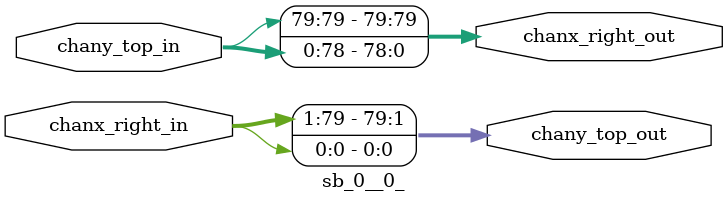
<source format=v>
`timescale 1ns / 1ps

`default_nettype wire

// ----- Verilog module for sb_0__0_ -----
module sb_0__0_(chany_top_in,
                chanx_right_in,
                chany_top_out,
                chanx_right_out);
//----- INPUT PORTS -----
input [0:79] chany_top_in;
//----- INPUT PORTS -----
input [0:79] chanx_right_in;
//----- OUTPUT PORTS -----
output [0:79] chany_top_out;
//----- OUTPUT PORTS -----
output [0:79] chanx_right_out;

//----- BEGIN Registered ports -----
//----- END Registered ports -----



// ----- BEGIN Local short connections -----
// ----- Local connection due to Wire 0 -----
// ----- Net source id 0 -----
// ----- Net sink id 0 -----
	assign chanx_right_out[1] = chany_top_in[0];
// ----- Local connection due to Wire 1 -----
// ----- Net source id 0 -----
// ----- Net sink id 0 -----
	assign chanx_right_out[2] = chany_top_in[1];
// ----- Local connection due to Wire 2 -----
// ----- Net source id 0 -----
// ----- Net sink id 0 -----
	assign chanx_right_out[3] = chany_top_in[2];
// ----- Local connection due to Wire 3 -----
// ----- Net source id 0 -----
// ----- Net sink id 0 -----
	assign chanx_right_out[4] = chany_top_in[3];
// ----- Local connection due to Wire 4 -----
// ----- Net source id 0 -----
// ----- Net sink id 0 -----
	assign chanx_right_out[5] = chany_top_in[4];
// ----- Local connection due to Wire 5 -----
// ----- Net source id 0 -----
// ----- Net sink id 0 -----
	assign chanx_right_out[6] = chany_top_in[5];
// ----- Local connection due to Wire 6 -----
// ----- Net source id 0 -----
// ----- Net sink id 0 -----
	assign chanx_right_out[7] = chany_top_in[6];
// ----- Local connection due to Wire 7 -----
// ----- Net source id 0 -----
// ----- Net sink id 0 -----
	assign chanx_right_out[8] = chany_top_in[7];
// ----- Local connection due to Wire 8 -----
// ----- Net source id 0 -----
// ----- Net sink id 0 -----
	assign chanx_right_out[9] = chany_top_in[8];
// ----- Local connection due to Wire 9 -----
// ----- Net source id 0 -----
// ----- Net sink id 0 -----
	assign chanx_right_out[10] = chany_top_in[9];
// ----- Local connection due to Wire 10 -----
// ----- Net source id 0 -----
// ----- Net sink id 0 -----
	assign chanx_right_out[11] = chany_top_in[10];
// ----- Local connection due to Wire 11 -----
// ----- Net source id 0 -----
// ----- Net sink id 0 -----
	assign chanx_right_out[12] = chany_top_in[11];
// ----- Local connection due to Wire 12 -----
// ----- Net source id 0 -----
// ----- Net sink id 0 -----
	assign chanx_right_out[13] = chany_top_in[12];
// ----- Local connection due to Wire 13 -----
// ----- Net source id 0 -----
// ----- Net sink id 0 -----
	assign chanx_right_out[14] = chany_top_in[13];
// ----- Local connection due to Wire 14 -----
// ----- Net source id 0 -----
// ----- Net sink id 0 -----
	assign chanx_right_out[15] = chany_top_in[14];
// ----- Local connection due to Wire 15 -----
// ----- Net source id 0 -----
// ----- Net sink id 0 -----
	assign chanx_right_out[16] = chany_top_in[15];
// ----- Local connection due to Wire 16 -----
// ----- Net source id 0 -----
// ----- Net sink id 0 -----
	assign chanx_right_out[17] = chany_top_in[16];
// ----- Local connection due to Wire 17 -----
// ----- Net source id 0 -----
// ----- Net sink id 0 -----
	assign chanx_right_out[18] = chany_top_in[17];
// ----- Local connection due to Wire 18 -----
// ----- Net source id 0 -----
// ----- Net sink id 0 -----
	assign chanx_right_out[19] = chany_top_in[18];
// ----- Local connection due to Wire 19 -----
// ----- Net source id 0 -----
// ----- Net sink id 0 -----
	assign chanx_right_out[20] = chany_top_in[19];
// ----- Local connection due to Wire 20 -----
// ----- Net source id 0 -----
// ----- Net sink id 0 -----
	assign chanx_right_out[21] = chany_top_in[20];
// ----- Local connection due to Wire 21 -----
// ----- Net source id 0 -----
// ----- Net sink id 0 -----
	assign chanx_right_out[22] = chany_top_in[21];
// ----- Local connection due to Wire 22 -----
// ----- Net source id 0 -----
// ----- Net sink id 0 -----
	assign chanx_right_out[23] = chany_top_in[22];
// ----- Local connection due to Wire 23 -----
// ----- Net source id 0 -----
// ----- Net sink id 0 -----
	assign chanx_right_out[24] = chany_top_in[23];
// ----- Local connection due to Wire 24 -----
// ----- Net source id 0 -----
// ----- Net sink id 0 -----
	assign chanx_right_out[25] = chany_top_in[24];
// ----- Local connection due to Wire 25 -----
// ----- Net source id 0 -----
// ----- Net sink id 0 -----
	assign chanx_right_out[26] = chany_top_in[25];
// ----- Local connection due to Wire 26 -----
// ----- Net source id 0 -----
// ----- Net sink id 0 -----
	assign chanx_right_out[27] = chany_top_in[26];
// ----- Local connection due to Wire 27 -----
// ----- Net source id 0 -----
// ----- Net sink id 0 -----
	assign chanx_right_out[28] = chany_top_in[27];
// ----- Local connection due to Wire 28 -----
// ----- Net source id 0 -----
// ----- Net sink id 0 -----
	assign chanx_right_out[29] = chany_top_in[28];
// ----- Local connection due to Wire 29 -----
// ----- Net source id 0 -----
// ----- Net sink id 0 -----
	assign chanx_right_out[30] = chany_top_in[29];
// ----- Local connection due to Wire 30 -----
// ----- Net source id 0 -----
// ----- Net sink id 0 -----
	assign chanx_right_out[31] = chany_top_in[30];
// ----- Local connection due to Wire 31 -----
// ----- Net source id 0 -----
// ----- Net sink id 0 -----
	assign chanx_right_out[32] = chany_top_in[31];
// ----- Local connection due to Wire 32 -----
// ----- Net source id 0 -----
// ----- Net sink id 0 -----
	assign chanx_right_out[33] = chany_top_in[32];
// ----- Local connection due to Wire 33 -----
// ----- Net source id 0 -----
// ----- Net sink id 0 -----
	assign chanx_right_out[34] = chany_top_in[33];
// ----- Local connection due to Wire 34 -----
// ----- Net source id 0 -----
// ----- Net sink id 0 -----
	assign chanx_right_out[35] = chany_top_in[34];
// ----- Local connection due to Wire 35 -----
// ----- Net source id 0 -----
// ----- Net sink id 0 -----
	assign chanx_right_out[36] = chany_top_in[35];
// ----- Local connection due to Wire 36 -----
// ----- Net source id 0 -----
// ----- Net sink id 0 -----
	assign chanx_right_out[37] = chany_top_in[36];
// ----- Local connection due to Wire 37 -----
// ----- Net source id 0 -----
// ----- Net sink id 0 -----
	assign chanx_right_out[38] = chany_top_in[37];
// ----- Local connection due to Wire 38 -----
// ----- Net source id 0 -----
// ----- Net sink id 0 -----
	assign chanx_right_out[39] = chany_top_in[38];
// ----- Local connection due to Wire 39 -----
// ----- Net source id 0 -----
// ----- Net sink id 0 -----
	assign chanx_right_out[40] = chany_top_in[39];
// ----- Local connection due to Wire 40 -----
// ----- Net source id 0 -----
// ----- Net sink id 0 -----
	assign chanx_right_out[41] = chany_top_in[40];
// ----- Local connection due to Wire 41 -----
// ----- Net source id 0 -----
// ----- Net sink id 0 -----
	assign chanx_right_out[42] = chany_top_in[41];
// ----- Local connection due to Wire 42 -----
// ----- Net source id 0 -----
// ----- Net sink id 0 -----
	assign chanx_right_out[43] = chany_top_in[42];
// ----- Local connection due to Wire 43 -----
// ----- Net source id 0 -----
// ----- Net sink id 0 -----
	assign chanx_right_out[44] = chany_top_in[43];
// ----- Local connection due to Wire 44 -----
// ----- Net source id 0 -----
// ----- Net sink id 0 -----
	assign chanx_right_out[45] = chany_top_in[44];
// ----- Local connection due to Wire 45 -----
// ----- Net source id 0 -----
// ----- Net sink id 0 -----
	assign chanx_right_out[46] = chany_top_in[45];
// ----- Local connection due to Wire 46 -----
// ----- Net source id 0 -----
// ----- Net sink id 0 -----
	assign chanx_right_out[47] = chany_top_in[46];
// ----- Local connection due to Wire 47 -----
// ----- Net source id 0 -----
// ----- Net sink id 0 -----
	assign chanx_right_out[48] = chany_top_in[47];
// ----- Local connection due to Wire 48 -----
// ----- Net source id 0 -----
// ----- Net sink id 0 -----
	assign chanx_right_out[49] = chany_top_in[48];
// ----- Local connection due to Wire 49 -----
// ----- Net source id 0 -----
// ----- Net sink id 0 -----
	assign chanx_right_out[50] = chany_top_in[49];
// ----- Local connection due to Wire 50 -----
// ----- Net source id 0 -----
// ----- Net sink id 0 -----
	assign chanx_right_out[51] = chany_top_in[50];
// ----- Local connection due to Wire 51 -----
// ----- Net source id 0 -----
// ----- Net sink id 0 -----
	assign chanx_right_out[52] = chany_top_in[51];
// ----- Local connection due to Wire 52 -----
// ----- Net source id 0 -----
// ----- Net sink id 0 -----
	assign chanx_right_out[53] = chany_top_in[52];
// ----- Local connection due to Wire 53 -----
// ----- Net source id 0 -----
// ----- Net sink id 0 -----
	assign chanx_right_out[54] = chany_top_in[53];
// ----- Local connection due to Wire 54 -----
// ----- Net source id 0 -----
// ----- Net sink id 0 -----
	assign chanx_right_out[55] = chany_top_in[54];
// ----- Local connection due to Wire 55 -----
// ----- Net source id 0 -----
// ----- Net sink id 0 -----
	assign chanx_right_out[56] = chany_top_in[55];
// ----- Local connection due to Wire 56 -----
// ----- Net source id 0 -----
// ----- Net sink id 0 -----
	assign chanx_right_out[57] = chany_top_in[56];
// ----- Local connection due to Wire 57 -----
// ----- Net source id 0 -----
// ----- Net sink id 0 -----
	assign chanx_right_out[58] = chany_top_in[57];
// ----- Local connection due to Wire 58 -----
// ----- Net source id 0 -----
// ----- Net sink id 0 -----
	assign chanx_right_out[59] = chany_top_in[58];
// ----- Local connection due to Wire 59 -----
// ----- Net source id 0 -----
// ----- Net sink id 0 -----
	assign chanx_right_out[60] = chany_top_in[59];
// ----- Local connection due to Wire 60 -----
// ----- Net source id 0 -----
// ----- Net sink id 0 -----
	assign chanx_right_out[61] = chany_top_in[60];
// ----- Local connection due to Wire 61 -----
// ----- Net source id 0 -----
// ----- Net sink id 0 -----
	assign chanx_right_out[62] = chany_top_in[61];
// ----- Local connection due to Wire 62 -----
// ----- Net source id 0 -----
// ----- Net sink id 0 -----
	assign chanx_right_out[63] = chany_top_in[62];
// ----- Local connection due to Wire 63 -----
// ----- Net source id 0 -----
// ----- Net sink id 0 -----
	assign chanx_right_out[64] = chany_top_in[63];
// ----- Local connection due to Wire 64 -----
// ----- Net source id 0 -----
// ----- Net sink id 0 -----
	assign chanx_right_out[65] = chany_top_in[64];
// ----- Local connection due to Wire 65 -----
// ----- Net source id 0 -----
// ----- Net sink id 0 -----
	assign chanx_right_out[66] = chany_top_in[65];
// ----- Local connection due to Wire 66 -----
// ----- Net source id 0 -----
// ----- Net sink id 0 -----
	assign chanx_right_out[67] = chany_top_in[66];
// ----- Local connection due to Wire 67 -----
// ----- Net source id 0 -----
// ----- Net sink id 0 -----
	assign chanx_right_out[68] = chany_top_in[67];
// ----- Local connection due to Wire 68 -----
// ----- Net source id 0 -----
// ----- Net sink id 0 -----
	assign chanx_right_out[69] = chany_top_in[68];
// ----- Local connection due to Wire 69 -----
// ----- Net source id 0 -----
// ----- Net sink id 0 -----
	assign chanx_right_out[70] = chany_top_in[69];
// ----- Local connection due to Wire 70 -----
// ----- Net source id 0 -----
// ----- Net sink id 0 -----
	assign chanx_right_out[71] = chany_top_in[70];
// ----- Local connection due to Wire 71 -----
// ----- Net source id 0 -----
// ----- Net sink id 0 -----
	assign chanx_right_out[72] = chany_top_in[71];
// ----- Local connection due to Wire 72 -----
// ----- Net source id 0 -----
// ----- Net sink id 0 -----
	assign chanx_right_out[73] = chany_top_in[72];
// ----- Local connection due to Wire 73 -----
// ----- Net source id 0 -----
// ----- Net sink id 0 -----
	assign chanx_right_out[74] = chany_top_in[73];
// ----- Local connection due to Wire 74 -----
// ----- Net source id 0 -----
// ----- Net sink id 0 -----
	assign chanx_right_out[75] = chany_top_in[74];
// ----- Local connection due to Wire 75 -----
// ----- Net source id 0 -----
// ----- Net sink id 0 -----
	assign chanx_right_out[76] = chany_top_in[75];
// ----- Local connection due to Wire 76 -----
// ----- Net source id 0 -----
// ----- Net sink id 0 -----
	assign chanx_right_out[77] = chany_top_in[76];
// ----- Local connection due to Wire 77 -----
// ----- Net source id 0 -----
// ----- Net sink id 0 -----
	assign chanx_right_out[78] = chany_top_in[77];
// ----- Local connection due to Wire 78 -----
// ----- Net source id 0 -----
// ----- Net sink id 0 -----
	assign chanx_right_out[79] = chany_top_in[78];
// ----- Local connection due to Wire 79 -----
// ----- Net source id 0 -----
// ----- Net sink id 0 -----
	assign chanx_right_out[0] = chany_top_in[79];
// ----- Local connection due to Wire 80 -----
// ----- Net source id 0 -----
// ----- Net sink id 0 -----
	assign chany_top_out[79] = chanx_right_in[0];
// ----- Local connection due to Wire 81 -----
// ----- Net source id 0 -----
// ----- Net sink id 0 -----
	assign chany_top_out[0] = chanx_right_in[1];
// ----- Local connection due to Wire 82 -----
// ----- Net source id 0 -----
// ----- Net sink id 0 -----
	assign chany_top_out[1] = chanx_right_in[2];
// ----- Local connection due to Wire 83 -----
// ----- Net source id 0 -----
// ----- Net sink id 0 -----
	assign chany_top_out[2] = chanx_right_in[3];
// ----- Local connection due to Wire 84 -----
// ----- Net source id 0 -----
// ----- Net sink id 0 -----
	assign chany_top_out[3] = chanx_right_in[4];
// ----- Local connection due to Wire 85 -----
// ----- Net source id 0 -----
// ----- Net sink id 0 -----
	assign chany_top_out[4] = chanx_right_in[5];
// ----- Local connection due to Wire 86 -----
// ----- Net source id 0 -----
// ----- Net sink id 0 -----
	assign chany_top_out[5] = chanx_right_in[6];
// ----- Local connection due to Wire 87 -----
// ----- Net source id 0 -----
// ----- Net sink id 0 -----
	assign chany_top_out[6] = chanx_right_in[7];
// ----- Local connection due to Wire 88 -----
// ----- Net source id 0 -----
// ----- Net sink id 0 -----
	assign chany_top_out[7] = chanx_right_in[8];
// ----- Local connection due to Wire 89 -----
// ----- Net source id 0 -----
// ----- Net sink id 0 -----
	assign chany_top_out[8] = chanx_right_in[9];
// ----- Local connection due to Wire 90 -----
// ----- Net source id 0 -----
// ----- Net sink id 0 -----
	assign chany_top_out[9] = chanx_right_in[10];
// ----- Local connection due to Wire 91 -----
// ----- Net source id 0 -----
// ----- Net sink id 0 -----
	assign chany_top_out[10] = chanx_right_in[11];
// ----- Local connection due to Wire 92 -----
// ----- Net source id 0 -----
// ----- Net sink id 0 -----
	assign chany_top_out[11] = chanx_right_in[12];
// ----- Local connection due to Wire 93 -----
// ----- Net source id 0 -----
// ----- Net sink id 0 -----
	assign chany_top_out[12] = chanx_right_in[13];
// ----- Local connection due to Wire 94 -----
// ----- Net source id 0 -----
// ----- Net sink id 0 -----
	assign chany_top_out[13] = chanx_right_in[14];
// ----- Local connection due to Wire 95 -----
// ----- Net source id 0 -----
// ----- Net sink id 0 -----
	assign chany_top_out[14] = chanx_right_in[15];
// ----- Local connection due to Wire 96 -----
// ----- Net source id 0 -----
// ----- Net sink id 0 -----
	assign chany_top_out[15] = chanx_right_in[16];
// ----- Local connection due to Wire 97 -----
// ----- Net source id 0 -----
// ----- Net sink id 0 -----
	assign chany_top_out[16] = chanx_right_in[17];
// ----- Local connection due to Wire 98 -----
// ----- Net source id 0 -----
// ----- Net sink id 0 -----
	assign chany_top_out[17] = chanx_right_in[18];
// ----- Local connection due to Wire 99 -----
// ----- Net source id 0 -----
// ----- Net sink id 0 -----
	assign chany_top_out[18] = chanx_right_in[19];
// ----- Local connection due to Wire 100 -----
// ----- Net source id 0 -----
// ----- Net sink id 0 -----
	assign chany_top_out[19] = chanx_right_in[20];
// ----- Local connection due to Wire 101 -----
// ----- Net source id 0 -----
// ----- Net sink id 0 -----
	assign chany_top_out[20] = chanx_right_in[21];
// ----- Local connection due to Wire 102 -----
// ----- Net source id 0 -----
// ----- Net sink id 0 -----
	assign chany_top_out[21] = chanx_right_in[22];
// ----- Local connection due to Wire 103 -----
// ----- Net source id 0 -----
// ----- Net sink id 0 -----
	assign chany_top_out[22] = chanx_right_in[23];
// ----- Local connection due to Wire 104 -----
// ----- Net source id 0 -----
// ----- Net sink id 0 -----
	assign chany_top_out[23] = chanx_right_in[24];
// ----- Local connection due to Wire 105 -----
// ----- Net source id 0 -----
// ----- Net sink id 0 -----
	assign chany_top_out[24] = chanx_right_in[25];
// ----- Local connection due to Wire 106 -----
// ----- Net source id 0 -----
// ----- Net sink id 0 -----
	assign chany_top_out[25] = chanx_right_in[26];
// ----- Local connection due to Wire 107 -----
// ----- Net source id 0 -----
// ----- Net sink id 0 -----
	assign chany_top_out[26] = chanx_right_in[27];
// ----- Local connection due to Wire 108 -----
// ----- Net source id 0 -----
// ----- Net sink id 0 -----
	assign chany_top_out[27] = chanx_right_in[28];
// ----- Local connection due to Wire 109 -----
// ----- Net source id 0 -----
// ----- Net sink id 0 -----
	assign chany_top_out[28] = chanx_right_in[29];
// ----- Local connection due to Wire 110 -----
// ----- Net source id 0 -----
// ----- Net sink id 0 -----
	assign chany_top_out[29] = chanx_right_in[30];
// ----- Local connection due to Wire 111 -----
// ----- Net source id 0 -----
// ----- Net sink id 0 -----
	assign chany_top_out[30] = chanx_right_in[31];
// ----- Local connection due to Wire 112 -----
// ----- Net source id 0 -----
// ----- Net sink id 0 -----
	assign chany_top_out[31] = chanx_right_in[32];
// ----- Local connection due to Wire 113 -----
// ----- Net source id 0 -----
// ----- Net sink id 0 -----
	assign chany_top_out[32] = chanx_right_in[33];
// ----- Local connection due to Wire 114 -----
// ----- Net source id 0 -----
// ----- Net sink id 0 -----
	assign chany_top_out[33] = chanx_right_in[34];
// ----- Local connection due to Wire 115 -----
// ----- Net source id 0 -----
// ----- Net sink id 0 -----
	assign chany_top_out[34] = chanx_right_in[35];
// ----- Local connection due to Wire 116 -----
// ----- Net source id 0 -----
// ----- Net sink id 0 -----
	assign chany_top_out[35] = chanx_right_in[36];
// ----- Local connection due to Wire 117 -----
// ----- Net source id 0 -----
// ----- Net sink id 0 -----
	assign chany_top_out[36] = chanx_right_in[37];
// ----- Local connection due to Wire 118 -----
// ----- Net source id 0 -----
// ----- Net sink id 0 -----
	assign chany_top_out[37] = chanx_right_in[38];
// ----- Local connection due to Wire 119 -----
// ----- Net source id 0 -----
// ----- Net sink id 0 -----
	assign chany_top_out[38] = chanx_right_in[39];
// ----- Local connection due to Wire 120 -----
// ----- Net source id 0 -----
// ----- Net sink id 0 -----
	assign chany_top_out[39] = chanx_right_in[40];
// ----- Local connection due to Wire 121 -----
// ----- Net source id 0 -----
// ----- Net sink id 0 -----
	assign chany_top_out[40] = chanx_right_in[41];
// ----- Local connection due to Wire 122 -----
// ----- Net source id 0 -----
// ----- Net sink id 0 -----
	assign chany_top_out[41] = chanx_right_in[42];
// ----- Local connection due to Wire 123 -----
// ----- Net source id 0 -----
// ----- Net sink id 0 -----
	assign chany_top_out[42] = chanx_right_in[43];
// ----- Local connection due to Wire 124 -----
// ----- Net source id 0 -----
// ----- Net sink id 0 -----
	assign chany_top_out[43] = chanx_right_in[44];
// ----- Local connection due to Wire 125 -----
// ----- Net source id 0 -----
// ----- Net sink id 0 -----
	assign chany_top_out[44] = chanx_right_in[45];
// ----- Local connection due to Wire 126 -----
// ----- Net source id 0 -----
// ----- Net sink id 0 -----
	assign chany_top_out[45] = chanx_right_in[46];
// ----- Local connection due to Wire 127 -----
// ----- Net source id 0 -----
// ----- Net sink id 0 -----
	assign chany_top_out[46] = chanx_right_in[47];
// ----- Local connection due to Wire 128 -----
// ----- Net source id 0 -----
// ----- Net sink id 0 -----
	assign chany_top_out[47] = chanx_right_in[48];
// ----- Local connection due to Wire 129 -----
// ----- Net source id 0 -----
// ----- Net sink id 0 -----
	assign chany_top_out[48] = chanx_right_in[49];
// ----- Local connection due to Wire 130 -----
// ----- Net source id 0 -----
// ----- Net sink id 0 -----
	assign chany_top_out[49] = chanx_right_in[50];
// ----- Local connection due to Wire 131 -----
// ----- Net source id 0 -----
// ----- Net sink id 0 -----
	assign chany_top_out[50] = chanx_right_in[51];
// ----- Local connection due to Wire 132 -----
// ----- Net source id 0 -----
// ----- Net sink id 0 -----
	assign chany_top_out[51] = chanx_right_in[52];
// ----- Local connection due to Wire 133 -----
// ----- Net source id 0 -----
// ----- Net sink id 0 -----
	assign chany_top_out[52] = chanx_right_in[53];
// ----- Local connection due to Wire 134 -----
// ----- Net source id 0 -----
// ----- Net sink id 0 -----
	assign chany_top_out[53] = chanx_right_in[54];
// ----- Local connection due to Wire 135 -----
// ----- Net source id 0 -----
// ----- Net sink id 0 -----
	assign chany_top_out[54] = chanx_right_in[55];
// ----- Local connection due to Wire 136 -----
// ----- Net source id 0 -----
// ----- Net sink id 0 -----
	assign chany_top_out[55] = chanx_right_in[56];
// ----- Local connection due to Wire 137 -----
// ----- Net source id 0 -----
// ----- Net sink id 0 -----
	assign chany_top_out[56] = chanx_right_in[57];
// ----- Local connection due to Wire 138 -----
// ----- Net source id 0 -----
// ----- Net sink id 0 -----
	assign chany_top_out[57] = chanx_right_in[58];
// ----- Local connection due to Wire 139 -----
// ----- Net source id 0 -----
// ----- Net sink id 0 -----
	assign chany_top_out[58] = chanx_right_in[59];
// ----- Local connection due to Wire 140 -----
// ----- Net source id 0 -----
// ----- Net sink id 0 -----
	assign chany_top_out[59] = chanx_right_in[60];
// ----- Local connection due to Wire 141 -----
// ----- Net source id 0 -----
// ----- Net sink id 0 -----
	assign chany_top_out[60] = chanx_right_in[61];
// ----- Local connection due to Wire 142 -----
// ----- Net source id 0 -----
// ----- Net sink id 0 -----
	assign chany_top_out[61] = chanx_right_in[62];
// ----- Local connection due to Wire 143 -----
// ----- Net source id 0 -----
// ----- Net sink id 0 -----
	assign chany_top_out[62] = chanx_right_in[63];
// ----- Local connection due to Wire 144 -----
// ----- Net source id 0 -----
// ----- Net sink id 0 -----
	assign chany_top_out[63] = chanx_right_in[64];
// ----- Local connection due to Wire 145 -----
// ----- Net source id 0 -----
// ----- Net sink id 0 -----
	assign chany_top_out[64] = chanx_right_in[65];
// ----- Local connection due to Wire 146 -----
// ----- Net source id 0 -----
// ----- Net sink id 0 -----
	assign chany_top_out[65] = chanx_right_in[66];
// ----- Local connection due to Wire 147 -----
// ----- Net source id 0 -----
// ----- Net sink id 0 -----
	assign chany_top_out[66] = chanx_right_in[67];
// ----- Local connection due to Wire 148 -----
// ----- Net source id 0 -----
// ----- Net sink id 0 -----
	assign chany_top_out[67] = chanx_right_in[68];
// ----- Local connection due to Wire 149 -----
// ----- Net source id 0 -----
// ----- Net sink id 0 -----
	assign chany_top_out[68] = chanx_right_in[69];
// ----- Local connection due to Wire 150 -----
// ----- Net source id 0 -----
// ----- Net sink id 0 -----
	assign chany_top_out[69] = chanx_right_in[70];
// ----- Local connection due to Wire 151 -----
// ----- Net source id 0 -----
// ----- Net sink id 0 -----
	assign chany_top_out[70] = chanx_right_in[71];
// ----- Local connection due to Wire 152 -----
// ----- Net source id 0 -----
// ----- Net sink id 0 -----
	assign chany_top_out[71] = chanx_right_in[72];
// ----- Local connection due to Wire 153 -----
// ----- Net source id 0 -----
// ----- Net sink id 0 -----
	assign chany_top_out[72] = chanx_right_in[73];
// ----- Local connection due to Wire 154 -----
// ----- Net source id 0 -----
// ----- Net sink id 0 -----
	assign chany_top_out[73] = chanx_right_in[74];
// ----- Local connection due to Wire 155 -----
// ----- Net source id 0 -----
// ----- Net sink id 0 -----
	assign chany_top_out[74] = chanx_right_in[75];
// ----- Local connection due to Wire 156 -----
// ----- Net source id 0 -----
// ----- Net sink id 0 -----
	assign chany_top_out[75] = chanx_right_in[76];
// ----- Local connection due to Wire 157 -----
// ----- Net source id 0 -----
// ----- Net sink id 0 -----
	assign chany_top_out[76] = chanx_right_in[77];
// ----- Local connection due to Wire 158 -----
// ----- Net source id 0 -----
// ----- Net sink id 0 -----
	assign chany_top_out[77] = chanx_right_in[78];
// ----- Local connection due to Wire 159 -----
// ----- Net source id 0 -----
// ----- Net sink id 0 -----
	assign chany_top_out[78] = chanx_right_in[79];
// ----- END Local short connections -----
// ----- BEGIN Local output short connections -----
// ----- END Local output short connections -----

endmodule
// ----- END Verilog module for sb_0__0_ -----

//----- Default net type -----
`default_nettype none




</source>
